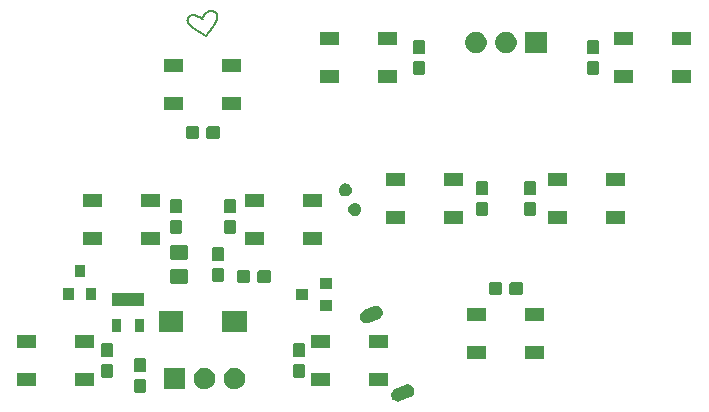
<source format=gbr>
G04 #@! TF.GenerationSoftware,KiCad,Pcbnew,5.1.5-1.fc31*
G04 #@! TF.CreationDate,2020-02-06T18:04:09+00:00*
G04 #@! TF.ProjectId,CatEars,43617445-6172-4732-9e6b-696361645f70,rev?*
G04 #@! TF.SameCoordinates,Original*
G04 #@! TF.FileFunction,Soldermask,Top*
G04 #@! TF.FilePolarity,Negative*
%FSLAX46Y46*%
G04 Gerber Fmt 4.6, Leading zero omitted, Abs format (unit mm)*
G04 Created by KiCad (PCBNEW 5.1.5-1.fc31) date 2020-02-06 18:04:09*
%MOMM*%
%LPD*%
G04 APERTURE LIST*
%ADD10C,0.200642*%
%ADD11C,0.100000*%
G04 APERTURE END LIST*
D10*
X219737268Y-118332371D02*
X219714682Y-118317343D01*
X217891016Y-119656189D02*
X218971352Y-120353417D01*
X217425107Y-119190147D02*
X217435476Y-119214044D01*
X217396803Y-118963525D02*
X217394247Y-118984147D01*
X217424863Y-118863622D02*
X217417319Y-118883071D01*
X217397274Y-119090473D02*
X217402062Y-119116010D01*
X218274758Y-118700341D02*
X218201477Y-118663963D01*
X217394038Y-119064520D02*
X217397274Y-119090473D01*
X217723292Y-118584755D02*
X217703699Y-118591750D01*
X217410710Y-118902817D02*
X217405064Y-118922829D01*
X219285986Y-119894601D02*
X219455603Y-119671853D01*
X218657053Y-118929782D02*
X218665715Y-118939549D01*
X218803344Y-118565898D02*
X218764283Y-118618060D01*
X217743155Y-118578709D02*
X217723292Y-118584755D01*
X217539327Y-119370095D02*
X217577191Y-119411138D01*
X217577191Y-119411138D02*
X217617788Y-119450640D01*
X219641265Y-118278877D02*
X219615188Y-118268308D01*
X217628664Y-118628596D02*
X217610898Y-118639868D01*
X218939549Y-118417548D02*
X218891669Y-118464637D01*
X219476576Y-118233004D02*
X219447798Y-118229550D01*
X218699830Y-118720427D02*
X218675824Y-118768624D01*
X219139675Y-118276243D02*
X219089738Y-118302502D01*
X219615188Y-118268308D02*
X219588450Y-118258889D01*
X219612083Y-119461323D02*
X219647658Y-119410156D01*
X219910370Y-118659653D02*
X219907295Y-118629571D01*
X219871835Y-118490265D02*
X219860287Y-118466999D01*
X218985608Y-120343835D02*
X219016400Y-120289058D01*
X219016400Y-120289058D02*
X219049731Y-120233631D01*
X219049731Y-120233631D02*
X219122799Y-120121338D01*
X217665451Y-118608461D02*
X217646860Y-118618117D01*
X219778617Y-119192528D02*
X219806753Y-119135479D01*
X217435476Y-119214044D02*
X217447085Y-119237535D01*
X218201477Y-118663963D02*
X218127159Y-118631104D01*
X217402062Y-119116010D02*
X217408338Y-119141134D01*
X217804050Y-118566574D02*
X217783565Y-118569587D01*
X218620175Y-118911542D02*
X218531626Y-118852130D01*
X217610898Y-118639868D02*
X217576775Y-118664671D01*
X218674012Y-118947514D02*
X218668324Y-118944538D01*
X218668324Y-118944538D02*
X218620175Y-118911542D01*
X219912528Y-118719906D02*
X219910370Y-118659653D01*
X217405064Y-118922829D02*
X217400419Y-118943075D01*
X219647658Y-119410156D02*
X219682453Y-119357574D01*
X219832250Y-118423421D02*
X219815928Y-118403138D01*
X219447798Y-118229550D02*
X219418867Y-118227332D01*
X218645343Y-118872343D02*
X218645003Y-118889208D01*
X217447085Y-119237535D02*
X217459874Y-119260623D01*
X219192014Y-118255780D02*
X219165499Y-118265321D01*
X219909661Y-118780175D02*
X219912528Y-118719906D01*
X219889565Y-118539679D02*
X219881622Y-118514496D01*
X217544747Y-118692275D02*
X217515066Y-118722433D01*
X219533328Y-118243560D02*
X219505113Y-118237678D01*
X217394247Y-118984147D02*
X217392461Y-119011361D01*
X217845419Y-118563797D02*
X217845419Y-118563797D01*
X218665715Y-118939549D02*
X218674012Y-118947514D01*
X217504692Y-119327491D02*
X217539327Y-119370095D01*
X218665715Y-118939549D02*
X218665715Y-118939549D01*
X217703699Y-118591750D02*
X217684408Y-118599662D01*
X218345709Y-118738794D02*
X218274758Y-118700341D01*
X217576775Y-118664671D02*
X217544747Y-118692275D01*
X218647717Y-118854019D02*
X218645343Y-118872343D01*
X217684408Y-118599662D02*
X217665451Y-118608461D01*
X217473779Y-119283310D02*
X217504692Y-119327491D01*
X218531626Y-118852130D02*
X218413033Y-118777873D01*
X217417319Y-118883071D02*
X217410710Y-118902817D01*
X219889565Y-118539679D02*
X219889565Y-118539679D01*
X217824677Y-118564634D02*
X217804050Y-118566574D01*
X219360881Y-118226660D02*
X219331994Y-118228236D01*
X219832339Y-119077611D02*
X219855023Y-119019043D01*
X219122799Y-120121338D02*
X219202366Y-120007985D01*
X219890270Y-118900290D02*
X219902125Y-118840344D01*
X219536707Y-119564546D02*
X219612083Y-119461323D01*
X219274858Y-118235276D02*
X219246778Y-118240771D01*
X219331994Y-118228236D02*
X219303292Y-118231103D01*
X217416040Y-119165845D02*
X217425107Y-119190147D01*
X219389866Y-118226364D02*
X219360881Y-118226660D01*
X217487984Y-118754893D02*
X217463754Y-118789412D01*
X217392412Y-119038150D02*
X217394038Y-119064520D01*
X219860287Y-118466999D02*
X219847063Y-118444713D01*
X219907295Y-118629571D02*
X219902833Y-118599538D01*
X219561135Y-118250634D02*
X219533328Y-118243560D01*
X219588450Y-118258889D02*
X219561135Y-118250634D01*
X217515066Y-118722433D02*
X217487984Y-118754893D01*
X217910935Y-118568113D02*
X217877578Y-118564702D01*
X219089738Y-118302502D02*
X219039276Y-118335477D01*
X219691096Y-118303409D02*
X219666596Y-118290582D01*
X218658222Y-118813488D02*
X218647717Y-118854019D01*
X217617788Y-119450640D02*
X217660623Y-119488613D01*
X217797596Y-119593549D02*
X217891016Y-119656189D01*
X219806753Y-119135479D02*
X219832339Y-119077611D01*
X217877578Y-118564702D02*
X217845419Y-118563797D01*
X219748285Y-119248640D02*
X219778617Y-119192528D01*
X217442629Y-118825737D02*
X217433311Y-118844500D01*
X218645003Y-118889208D02*
X218646783Y-118904486D01*
X217394247Y-118984147D02*
X217394247Y-118984147D01*
X217400419Y-118943075D02*
X217396803Y-118963525D01*
X218413033Y-118777873D02*
X218345709Y-118738794D01*
X219202366Y-120007985D02*
X219285986Y-119894601D01*
X219874451Y-118959897D02*
X219890270Y-118900290D01*
X217452787Y-118807364D02*
X217442629Y-118825737D01*
X219714682Y-118317343D02*
X219691096Y-118303409D01*
X217705199Y-119525078D02*
X217751022Y-119560052D01*
X219246778Y-118240771D02*
X219219135Y-118247601D01*
X217408338Y-119141134D02*
X217416040Y-119165845D01*
X219881622Y-118514496D02*
X219871835Y-118490265D01*
X217763257Y-118573643D02*
X217743155Y-118578709D01*
X218764283Y-118618060D02*
X218729547Y-118669904D01*
X219682453Y-119357574D02*
X219716113Y-119303696D01*
X219902833Y-118599538D02*
X219896938Y-118569569D01*
X219798185Y-118383877D02*
X219779104Y-118365653D01*
X218988982Y-118374161D02*
X218939549Y-118417548D01*
X219666596Y-118290582D02*
X219641265Y-118278877D01*
X218646783Y-118904486D02*
X218650771Y-118918052D01*
X219758771Y-118348479D02*
X219737268Y-118332371D01*
X219902125Y-118840344D02*
X219909661Y-118780175D01*
X219716113Y-119303696D02*
X219748285Y-119248640D01*
X219896938Y-118569569D02*
X219889565Y-118539679D01*
X219303292Y-118231103D02*
X219274858Y-118235276D01*
X219139675Y-118276243D02*
X219139675Y-118276243D01*
X219505113Y-118237678D02*
X219476576Y-118233004D01*
X217433311Y-118844500D02*
X217424863Y-118863622D01*
X218016572Y-118591580D02*
X217980593Y-118581733D01*
X217459874Y-119260623D02*
X217473779Y-119283310D01*
X218675824Y-118768624D02*
X218658222Y-118813488D01*
X217980593Y-118581733D02*
X217945326Y-118573850D01*
X219455603Y-119671853D02*
X219536707Y-119564546D01*
X218127159Y-118631104D02*
X218053100Y-118603212D01*
X217751022Y-119560052D02*
X217797596Y-119593549D01*
X218891669Y-118464637D02*
X218846036Y-118514423D01*
X219418867Y-118227332D02*
X219389866Y-118226364D01*
X219612083Y-119461323D02*
X219612083Y-119461323D01*
X217660623Y-119488613D02*
X217705199Y-119525078D01*
X217891016Y-119656189D02*
X217891016Y-119656189D01*
X218846036Y-118514423D02*
X218803344Y-118565898D01*
X218729547Y-118669904D02*
X218699830Y-118720427D01*
X217783565Y-118569587D02*
X217763257Y-118573643D01*
X219815928Y-118403138D02*
X219798185Y-118383877D01*
X217845419Y-118563797D02*
X217824677Y-118564634D01*
X219219135Y-118247601D02*
X219192014Y-118255780D01*
X219847063Y-118444713D02*
X219832250Y-118423421D01*
X217392461Y-119011361D02*
X217392412Y-119038150D01*
X217646860Y-118618117D02*
X217628664Y-118628596D01*
X218650771Y-118918052D02*
X218657053Y-118929782D01*
X219855023Y-119019043D02*
X219874451Y-118959897D01*
X218053100Y-118603212D02*
X218016572Y-118591580D01*
X217463754Y-118789412D02*
X217452787Y-118807364D01*
X219779104Y-118365653D02*
X219758771Y-118348479D01*
X217945326Y-118573850D02*
X217910935Y-118568113D01*
X219039276Y-118335477D02*
X218988982Y-118374161D01*
X219165499Y-118265321D02*
X219139675Y-118276243D01*
D11*
G36*
X236117357Y-149838514D02*
G01*
X236135716Y-149840484D01*
X236206015Y-149862481D01*
X236243963Y-149874355D01*
X236343523Y-149928693D01*
X236430568Y-150001410D01*
X236501755Y-150089711D01*
X236554347Y-150190204D01*
X236586324Y-150299026D01*
X236596456Y-150411995D01*
X236592606Y-150447869D01*
X236584354Y-150524771D01*
X236550484Y-150633017D01*
X236550483Y-150633018D01*
X236496145Y-150732577D01*
X236423428Y-150819622D01*
X236335127Y-150890809D01*
X236259819Y-150930221D01*
X235419256Y-151269831D01*
X235337706Y-151293794D01*
X235224738Y-151303926D01*
X235124064Y-151293123D01*
X235111962Y-151291824D01*
X235003718Y-151257954D01*
X235003715Y-151257953D01*
X234904155Y-151203615D01*
X234817110Y-151130898D01*
X234745923Y-151042597D01*
X234693331Y-150942104D01*
X234661354Y-150833282D01*
X234651222Y-150720314D01*
X234663324Y-150607539D01*
X234681704Y-150548800D01*
X234697194Y-150499294D01*
X234697195Y-150499291D01*
X234751533Y-150399731D01*
X234824250Y-150312686D01*
X234912551Y-150241499D01*
X234987860Y-150202087D01*
X235828421Y-149862477D01*
X235909971Y-149838514D01*
X236022940Y-149828382D01*
X236117357Y-149838514D01*
G37*
G36*
X213754491Y-149401279D02*
G01*
X213784869Y-149410494D01*
X213812865Y-149425458D01*
X213837403Y-149445597D01*
X213857542Y-149470135D01*
X213872506Y-149498131D01*
X213881721Y-149528509D01*
X213885800Y-149569926D01*
X213885800Y-150376074D01*
X213881721Y-150417491D01*
X213872506Y-150447869D01*
X213857542Y-150475865D01*
X213837403Y-150500403D01*
X213812865Y-150520542D01*
X213784869Y-150535506D01*
X213754491Y-150544721D01*
X213713074Y-150548800D01*
X213006926Y-150548800D01*
X212965509Y-150544721D01*
X212935131Y-150535506D01*
X212907135Y-150520542D01*
X212882597Y-150500403D01*
X212862458Y-150475865D01*
X212847494Y-150447869D01*
X212838279Y-150417491D01*
X212834200Y-150376074D01*
X212834200Y-149569926D01*
X212838279Y-149528509D01*
X212847494Y-149498131D01*
X212862458Y-149470135D01*
X212882597Y-149445597D01*
X212907135Y-149425458D01*
X212935131Y-149410494D01*
X212965509Y-149401279D01*
X213006926Y-149397200D01*
X213713074Y-149397200D01*
X213754491Y-149401279D01*
G37*
G36*
X219083754Y-148485817D02*
G01*
X219247689Y-148553721D01*
X219395227Y-148652303D01*
X219520697Y-148777773D01*
X219619279Y-148925311D01*
X219687183Y-149089246D01*
X219721800Y-149263279D01*
X219721800Y-149440721D01*
X219687183Y-149614754D01*
X219619279Y-149778689D01*
X219520697Y-149926227D01*
X219395227Y-150051697D01*
X219247689Y-150150279D01*
X219083754Y-150218183D01*
X218909721Y-150252800D01*
X218732279Y-150252800D01*
X218558246Y-150218183D01*
X218394311Y-150150279D01*
X218246773Y-150051697D01*
X218121303Y-149926227D01*
X218022721Y-149778689D01*
X217954817Y-149614754D01*
X217920200Y-149440721D01*
X217920200Y-149263279D01*
X217954817Y-149089246D01*
X218022721Y-148925311D01*
X218121303Y-148777773D01*
X218246773Y-148652303D01*
X218394311Y-148553721D01*
X218558246Y-148485817D01*
X218732279Y-148451200D01*
X218909721Y-148451200D01*
X219083754Y-148485817D01*
G37*
G36*
X217181800Y-150252800D02*
G01*
X215380200Y-150252800D01*
X215380200Y-148451200D01*
X217181800Y-148451200D01*
X217181800Y-150252800D01*
G37*
G36*
X221623754Y-148485817D02*
G01*
X221787689Y-148553721D01*
X221935227Y-148652303D01*
X222060697Y-148777773D01*
X222159279Y-148925311D01*
X222227183Y-149089246D01*
X222261800Y-149263279D01*
X222261800Y-149440721D01*
X222227183Y-149614754D01*
X222159279Y-149778689D01*
X222060697Y-149926227D01*
X221935227Y-150051697D01*
X221787689Y-150150279D01*
X221623754Y-150218183D01*
X221449721Y-150252800D01*
X221272279Y-150252800D01*
X221098246Y-150218183D01*
X220934311Y-150150279D01*
X220786773Y-150051697D01*
X220661303Y-149926227D01*
X220562721Y-149778689D01*
X220494817Y-149614754D01*
X220460200Y-149440721D01*
X220460200Y-149263279D01*
X220494817Y-149089246D01*
X220562721Y-148925311D01*
X220661303Y-148777773D01*
X220786773Y-148652303D01*
X220934311Y-148553721D01*
X221098246Y-148485817D01*
X221272279Y-148451200D01*
X221449721Y-148451200D01*
X221623754Y-148485817D01*
G37*
G36*
X234390800Y-149978800D02*
G01*
X232789200Y-149978800D01*
X232789200Y-148877200D01*
X234390800Y-148877200D01*
X234390800Y-149978800D01*
G37*
G36*
X229490800Y-149978800D02*
G01*
X227889200Y-149978800D01*
X227889200Y-148877200D01*
X229490800Y-148877200D01*
X229490800Y-149978800D01*
G37*
G36*
X209498800Y-149978800D02*
G01*
X207897200Y-149978800D01*
X207897200Y-148877200D01*
X209498800Y-148877200D01*
X209498800Y-149978800D01*
G37*
G36*
X204598800Y-149978800D02*
G01*
X202997200Y-149978800D01*
X202997200Y-148877200D01*
X204598800Y-148877200D01*
X204598800Y-149978800D01*
G37*
G36*
X210960491Y-148131279D02*
G01*
X210990869Y-148140494D01*
X211018865Y-148155458D01*
X211043403Y-148175597D01*
X211063542Y-148200135D01*
X211078506Y-148228131D01*
X211087721Y-148258509D01*
X211091800Y-148299926D01*
X211091800Y-149106074D01*
X211087721Y-149147491D01*
X211078506Y-149177869D01*
X211063542Y-149205865D01*
X211043403Y-149230403D01*
X211018865Y-149250542D01*
X210990869Y-149265506D01*
X210960491Y-149274721D01*
X210919074Y-149278800D01*
X210212926Y-149278800D01*
X210171509Y-149274721D01*
X210141131Y-149265506D01*
X210113135Y-149250542D01*
X210088597Y-149230403D01*
X210068458Y-149205865D01*
X210053494Y-149177869D01*
X210044279Y-149147491D01*
X210040200Y-149106074D01*
X210040200Y-148299926D01*
X210044279Y-148258509D01*
X210053494Y-148228131D01*
X210068458Y-148200135D01*
X210088597Y-148175597D01*
X210113135Y-148155458D01*
X210141131Y-148140494D01*
X210171509Y-148131279D01*
X210212926Y-148127200D01*
X210919074Y-148127200D01*
X210960491Y-148131279D01*
G37*
G36*
X227216491Y-148131279D02*
G01*
X227246869Y-148140494D01*
X227274865Y-148155458D01*
X227299403Y-148175597D01*
X227319542Y-148200135D01*
X227334506Y-148228131D01*
X227343721Y-148258509D01*
X227347800Y-148299926D01*
X227347800Y-149106074D01*
X227343721Y-149147491D01*
X227334506Y-149177869D01*
X227319542Y-149205865D01*
X227299403Y-149230403D01*
X227274865Y-149250542D01*
X227246869Y-149265506D01*
X227216491Y-149274721D01*
X227175074Y-149278800D01*
X226468926Y-149278800D01*
X226427509Y-149274721D01*
X226397131Y-149265506D01*
X226369135Y-149250542D01*
X226344597Y-149230403D01*
X226324458Y-149205865D01*
X226309494Y-149177869D01*
X226300279Y-149147491D01*
X226296200Y-149106074D01*
X226296200Y-148299926D01*
X226300279Y-148258509D01*
X226309494Y-148228131D01*
X226324458Y-148200135D01*
X226344597Y-148175597D01*
X226369135Y-148155458D01*
X226397131Y-148140494D01*
X226427509Y-148131279D01*
X226468926Y-148127200D01*
X227175074Y-148127200D01*
X227216491Y-148131279D01*
G37*
G36*
X213754491Y-147651279D02*
G01*
X213784869Y-147660494D01*
X213812865Y-147675458D01*
X213837403Y-147695597D01*
X213857542Y-147720135D01*
X213872506Y-147748131D01*
X213881721Y-147778509D01*
X213885800Y-147819926D01*
X213885800Y-148626074D01*
X213881721Y-148667491D01*
X213872506Y-148697869D01*
X213857542Y-148725865D01*
X213837403Y-148750403D01*
X213812865Y-148770542D01*
X213784869Y-148785506D01*
X213754491Y-148794721D01*
X213713074Y-148798800D01*
X213006926Y-148798800D01*
X212965509Y-148794721D01*
X212935131Y-148785506D01*
X212907135Y-148770542D01*
X212882597Y-148750403D01*
X212862458Y-148725865D01*
X212847494Y-148697869D01*
X212838279Y-148667491D01*
X212834200Y-148626074D01*
X212834200Y-147819926D01*
X212838279Y-147778509D01*
X212847494Y-147748131D01*
X212862458Y-147720135D01*
X212882597Y-147695597D01*
X212907135Y-147675458D01*
X212935131Y-147660494D01*
X212965509Y-147651279D01*
X213006926Y-147647200D01*
X213713074Y-147647200D01*
X213754491Y-147651279D01*
G37*
G36*
X242698800Y-147692800D02*
G01*
X241097200Y-147692800D01*
X241097200Y-146591200D01*
X242698800Y-146591200D01*
X242698800Y-147692800D01*
G37*
G36*
X247598800Y-147692800D02*
G01*
X245997200Y-147692800D01*
X245997200Y-146591200D01*
X247598800Y-146591200D01*
X247598800Y-147692800D01*
G37*
G36*
X227216491Y-146381279D02*
G01*
X227246869Y-146390494D01*
X227274865Y-146405458D01*
X227299403Y-146425597D01*
X227319542Y-146450135D01*
X227334506Y-146478131D01*
X227343721Y-146508509D01*
X227347800Y-146549926D01*
X227347800Y-147356074D01*
X227343721Y-147397491D01*
X227334506Y-147427869D01*
X227319542Y-147455865D01*
X227299403Y-147480403D01*
X227274865Y-147500542D01*
X227246869Y-147515506D01*
X227216491Y-147524721D01*
X227175074Y-147528800D01*
X226468926Y-147528800D01*
X226427509Y-147524721D01*
X226397131Y-147515506D01*
X226369135Y-147500542D01*
X226344597Y-147480403D01*
X226324458Y-147455865D01*
X226309494Y-147427869D01*
X226300279Y-147397491D01*
X226296200Y-147356074D01*
X226296200Y-146549926D01*
X226300279Y-146508509D01*
X226309494Y-146478131D01*
X226324458Y-146450135D01*
X226344597Y-146425597D01*
X226369135Y-146405458D01*
X226397131Y-146390494D01*
X226427509Y-146381279D01*
X226468926Y-146377200D01*
X227175074Y-146377200D01*
X227216491Y-146381279D01*
G37*
G36*
X210960491Y-146381279D02*
G01*
X210990869Y-146390494D01*
X211018865Y-146405458D01*
X211043403Y-146425597D01*
X211063542Y-146450135D01*
X211078506Y-146478131D01*
X211087721Y-146508509D01*
X211091800Y-146549926D01*
X211091800Y-147356074D01*
X211087721Y-147397491D01*
X211078506Y-147427869D01*
X211063542Y-147455865D01*
X211043403Y-147480403D01*
X211018865Y-147500542D01*
X210990869Y-147515506D01*
X210960491Y-147524721D01*
X210919074Y-147528800D01*
X210212926Y-147528800D01*
X210171509Y-147524721D01*
X210141131Y-147515506D01*
X210113135Y-147500542D01*
X210088597Y-147480403D01*
X210068458Y-147455865D01*
X210053494Y-147427869D01*
X210044279Y-147397491D01*
X210040200Y-147356074D01*
X210040200Y-146549926D01*
X210044279Y-146508509D01*
X210053494Y-146478131D01*
X210068458Y-146450135D01*
X210088597Y-146425597D01*
X210113135Y-146405458D01*
X210141131Y-146390494D01*
X210171509Y-146381279D01*
X210212926Y-146377200D01*
X210919074Y-146377200D01*
X210960491Y-146381279D01*
G37*
G36*
X204598800Y-146778800D02*
G01*
X202997200Y-146778800D01*
X202997200Y-145677200D01*
X204598800Y-145677200D01*
X204598800Y-146778800D01*
G37*
G36*
X209498800Y-146778800D02*
G01*
X207897200Y-146778800D01*
X207897200Y-145677200D01*
X209498800Y-145677200D01*
X209498800Y-146778800D01*
G37*
G36*
X234390800Y-146778800D02*
G01*
X232789200Y-146778800D01*
X232789200Y-145677200D01*
X234390800Y-145677200D01*
X234390800Y-146778800D01*
G37*
G36*
X229490800Y-146778800D02*
G01*
X227889200Y-146778800D01*
X227889200Y-145677200D01*
X229490800Y-145677200D01*
X229490800Y-146778800D01*
G37*
G36*
X211769800Y-145444800D02*
G01*
X211018200Y-145444800D01*
X211018200Y-144283200D01*
X211769800Y-144283200D01*
X211769800Y-145444800D01*
G37*
G36*
X213669800Y-145444800D02*
G01*
X212918200Y-145444800D01*
X212918200Y-144283200D01*
X213669800Y-144283200D01*
X213669800Y-145444800D01*
G37*
G36*
X217044800Y-145376800D02*
G01*
X214943200Y-145376800D01*
X214943200Y-143675200D01*
X217044800Y-143675200D01*
X217044800Y-145376800D01*
G37*
G36*
X222444800Y-145376800D02*
G01*
X220343200Y-145376800D01*
X220343200Y-143675200D01*
X222444800Y-143675200D01*
X222444800Y-145376800D01*
G37*
G36*
X233438920Y-143209150D02*
G01*
X233457279Y-143211120D01*
X233527578Y-143233117D01*
X233565526Y-143244991D01*
X233665086Y-143299329D01*
X233752131Y-143372046D01*
X233823318Y-143460347D01*
X233875910Y-143560840D01*
X233907887Y-143669662D01*
X233918019Y-143782631D01*
X233908651Y-143869927D01*
X233905917Y-143895407D01*
X233872047Y-144003653D01*
X233872046Y-144003654D01*
X233817708Y-144103213D01*
X233744991Y-144190258D01*
X233656690Y-144261445D01*
X233581382Y-144300857D01*
X232740819Y-144640467D01*
X232659269Y-144664430D01*
X232546301Y-144674562D01*
X232445627Y-144663759D01*
X232433525Y-144662460D01*
X232325281Y-144628590D01*
X232325278Y-144628589D01*
X232225718Y-144574251D01*
X232138673Y-144501534D01*
X232067486Y-144413233D01*
X232014894Y-144312740D01*
X231982917Y-144203918D01*
X231972785Y-144090950D01*
X231984887Y-143978175D01*
X232010786Y-143895406D01*
X232018757Y-143869930D01*
X232018758Y-143869927D01*
X232073096Y-143770367D01*
X232145813Y-143683322D01*
X232234114Y-143612135D01*
X232309423Y-143572723D01*
X233149984Y-143233113D01*
X233231534Y-143209150D01*
X233344503Y-143199018D01*
X233438920Y-143209150D01*
G37*
G36*
X242698800Y-144492800D02*
G01*
X241097200Y-144492800D01*
X241097200Y-143391200D01*
X242698800Y-143391200D01*
X242698800Y-144492800D01*
G37*
G36*
X247598800Y-144492800D02*
G01*
X245997200Y-144492800D01*
X245997200Y-143391200D01*
X247598800Y-143391200D01*
X247598800Y-144492800D01*
G37*
G36*
X229592800Y-143640800D02*
G01*
X228591200Y-143640800D01*
X228591200Y-142739200D01*
X229592800Y-142739200D01*
X229592800Y-143640800D01*
G37*
G36*
X213669800Y-143244800D02*
G01*
X211018200Y-143244800D01*
X211018200Y-142083200D01*
X213669800Y-142083200D01*
X213669800Y-143244800D01*
G37*
G36*
X207780800Y-142724800D02*
G01*
X206879200Y-142724800D01*
X206879200Y-141723200D01*
X207780800Y-141723200D01*
X207780800Y-142724800D01*
G37*
G36*
X209680800Y-142724800D02*
G01*
X208779200Y-142724800D01*
X208779200Y-141723200D01*
X209680800Y-141723200D01*
X209680800Y-142724800D01*
G37*
G36*
X227592800Y-142690800D02*
G01*
X226591200Y-142690800D01*
X226591200Y-141789200D01*
X227592800Y-141789200D01*
X227592800Y-142690800D01*
G37*
G36*
X243917491Y-141210279D02*
G01*
X243947869Y-141219494D01*
X243975865Y-141234458D01*
X244000403Y-141254597D01*
X244020542Y-141279135D01*
X244035506Y-141307131D01*
X244044721Y-141337509D01*
X244048800Y-141378926D01*
X244048800Y-142085074D01*
X244044721Y-142126491D01*
X244035506Y-142156869D01*
X244020542Y-142184865D01*
X244000403Y-142209403D01*
X243975865Y-142229542D01*
X243947869Y-142244506D01*
X243917491Y-142253721D01*
X243876074Y-142257800D01*
X243069926Y-142257800D01*
X243028509Y-142253721D01*
X242998131Y-142244506D01*
X242970135Y-142229542D01*
X242945597Y-142209403D01*
X242925458Y-142184865D01*
X242910494Y-142156869D01*
X242901279Y-142126491D01*
X242897200Y-142085074D01*
X242897200Y-141378926D01*
X242901279Y-141337509D01*
X242910494Y-141307131D01*
X242925458Y-141279135D01*
X242945597Y-141254597D01*
X242970135Y-141234458D01*
X242998131Y-141219494D01*
X243028509Y-141210279D01*
X243069926Y-141206200D01*
X243876074Y-141206200D01*
X243917491Y-141210279D01*
G37*
G36*
X245667491Y-141210279D02*
G01*
X245697869Y-141219494D01*
X245725865Y-141234458D01*
X245750403Y-141254597D01*
X245770542Y-141279135D01*
X245785506Y-141307131D01*
X245794721Y-141337509D01*
X245798800Y-141378926D01*
X245798800Y-142085074D01*
X245794721Y-142126491D01*
X245785506Y-142156869D01*
X245770542Y-142184865D01*
X245750403Y-142209403D01*
X245725865Y-142229542D01*
X245697869Y-142244506D01*
X245667491Y-142253721D01*
X245626074Y-142257800D01*
X244819926Y-142257800D01*
X244778509Y-142253721D01*
X244748131Y-142244506D01*
X244720135Y-142229542D01*
X244695597Y-142209403D01*
X244675458Y-142184865D01*
X244660494Y-142156869D01*
X244651279Y-142126491D01*
X244647200Y-142085074D01*
X244647200Y-141378926D01*
X244651279Y-141337509D01*
X244660494Y-141307131D01*
X244675458Y-141279135D01*
X244695597Y-141254597D01*
X244720135Y-141234458D01*
X244748131Y-141219494D01*
X244778509Y-141210279D01*
X244819926Y-141206200D01*
X245626074Y-141206200D01*
X245667491Y-141210279D01*
G37*
G36*
X229592800Y-141740800D02*
G01*
X228591200Y-141740800D01*
X228591200Y-140839200D01*
X229592800Y-140839200D01*
X229592800Y-141740800D01*
G37*
G36*
X217284599Y-140103206D02*
G01*
X217314248Y-140112199D01*
X217341577Y-140126807D01*
X217365533Y-140146467D01*
X217385193Y-140170423D01*
X217399801Y-140197752D01*
X217408794Y-140227401D01*
X217412800Y-140268070D01*
X217412800Y-141181930D01*
X217408794Y-141222599D01*
X217399801Y-141252248D01*
X217385193Y-141279577D01*
X217365533Y-141303533D01*
X217341577Y-141323193D01*
X217314248Y-141337801D01*
X217284599Y-141346794D01*
X217243930Y-141350800D01*
X216080070Y-141350800D01*
X216039401Y-141346794D01*
X216009752Y-141337801D01*
X215982423Y-141323193D01*
X215958467Y-141303533D01*
X215938807Y-141279577D01*
X215924199Y-141252248D01*
X215915206Y-141222599D01*
X215911200Y-141181930D01*
X215911200Y-140268070D01*
X215915206Y-140227401D01*
X215924199Y-140197752D01*
X215938807Y-140170423D01*
X215958467Y-140146467D01*
X215982423Y-140126807D01*
X216009752Y-140112199D01*
X216039401Y-140103206D01*
X216080070Y-140099200D01*
X217243930Y-140099200D01*
X217284599Y-140103206D01*
G37*
G36*
X224331491Y-140194279D02*
G01*
X224361869Y-140203494D01*
X224389865Y-140218458D01*
X224414403Y-140238597D01*
X224434542Y-140263135D01*
X224449506Y-140291131D01*
X224458721Y-140321509D01*
X224462800Y-140362926D01*
X224462800Y-141069074D01*
X224458721Y-141110491D01*
X224449506Y-141140869D01*
X224434542Y-141168865D01*
X224414403Y-141193403D01*
X224389865Y-141213542D01*
X224361869Y-141228506D01*
X224331491Y-141237721D01*
X224290074Y-141241800D01*
X223483926Y-141241800D01*
X223442509Y-141237721D01*
X223412131Y-141228506D01*
X223384135Y-141213542D01*
X223359597Y-141193403D01*
X223339458Y-141168865D01*
X223324494Y-141140869D01*
X223315279Y-141110491D01*
X223311200Y-141069074D01*
X223311200Y-140362926D01*
X223315279Y-140321509D01*
X223324494Y-140291131D01*
X223339458Y-140263135D01*
X223359597Y-140238597D01*
X223384135Y-140218458D01*
X223412131Y-140203494D01*
X223442509Y-140194279D01*
X223483926Y-140190200D01*
X224290074Y-140190200D01*
X224331491Y-140194279D01*
G37*
G36*
X222581491Y-140194279D02*
G01*
X222611869Y-140203494D01*
X222639865Y-140218458D01*
X222664403Y-140238597D01*
X222684542Y-140263135D01*
X222699506Y-140291131D01*
X222708721Y-140321509D01*
X222712800Y-140362926D01*
X222712800Y-141069074D01*
X222708721Y-141110491D01*
X222699506Y-141140869D01*
X222684542Y-141168865D01*
X222664403Y-141193403D01*
X222639865Y-141213542D01*
X222611869Y-141228506D01*
X222581491Y-141237721D01*
X222540074Y-141241800D01*
X221733926Y-141241800D01*
X221692509Y-141237721D01*
X221662131Y-141228506D01*
X221634135Y-141213542D01*
X221609597Y-141193403D01*
X221589458Y-141168865D01*
X221574494Y-141140869D01*
X221565279Y-141110491D01*
X221561200Y-141069074D01*
X221561200Y-140362926D01*
X221565279Y-140321509D01*
X221574494Y-140291131D01*
X221589458Y-140263135D01*
X221609597Y-140238597D01*
X221634135Y-140218458D01*
X221662131Y-140203494D01*
X221692509Y-140194279D01*
X221733926Y-140190200D01*
X222540074Y-140190200D01*
X222581491Y-140194279D01*
G37*
G36*
X220358491Y-140003279D02*
G01*
X220388869Y-140012494D01*
X220416865Y-140027458D01*
X220441403Y-140047597D01*
X220461542Y-140072135D01*
X220476506Y-140100131D01*
X220485721Y-140130509D01*
X220489800Y-140171926D01*
X220489800Y-140978074D01*
X220485721Y-141019491D01*
X220476506Y-141049869D01*
X220461542Y-141077865D01*
X220441403Y-141102403D01*
X220416865Y-141122542D01*
X220388869Y-141137506D01*
X220358491Y-141146721D01*
X220317074Y-141150800D01*
X219610926Y-141150800D01*
X219569509Y-141146721D01*
X219539131Y-141137506D01*
X219511135Y-141122542D01*
X219486597Y-141102403D01*
X219466458Y-141077865D01*
X219451494Y-141049869D01*
X219442279Y-141019491D01*
X219438200Y-140978074D01*
X219438200Y-140171926D01*
X219442279Y-140130509D01*
X219451494Y-140100131D01*
X219466458Y-140072135D01*
X219486597Y-140047597D01*
X219511135Y-140027458D01*
X219539131Y-140012494D01*
X219569509Y-140003279D01*
X219610926Y-139999200D01*
X220317074Y-139999200D01*
X220358491Y-140003279D01*
G37*
G36*
X208730800Y-140724800D02*
G01*
X207829200Y-140724800D01*
X207829200Y-139723200D01*
X208730800Y-139723200D01*
X208730800Y-140724800D01*
G37*
G36*
X220358491Y-138253279D02*
G01*
X220388869Y-138262494D01*
X220416865Y-138277458D01*
X220441403Y-138297597D01*
X220461542Y-138322135D01*
X220476506Y-138350131D01*
X220485721Y-138380509D01*
X220489800Y-138421926D01*
X220489800Y-139228074D01*
X220485721Y-139269491D01*
X220476506Y-139299869D01*
X220461542Y-139327865D01*
X220441403Y-139352403D01*
X220416865Y-139372542D01*
X220388869Y-139387506D01*
X220358491Y-139396721D01*
X220317074Y-139400800D01*
X219610926Y-139400800D01*
X219569509Y-139396721D01*
X219539131Y-139387506D01*
X219511135Y-139372542D01*
X219486597Y-139352403D01*
X219466458Y-139327865D01*
X219451494Y-139299869D01*
X219442279Y-139269491D01*
X219438200Y-139228074D01*
X219438200Y-138421926D01*
X219442279Y-138380509D01*
X219451494Y-138350131D01*
X219466458Y-138322135D01*
X219486597Y-138297597D01*
X219511135Y-138277458D01*
X219539131Y-138262494D01*
X219569509Y-138253279D01*
X219610926Y-138249200D01*
X220317074Y-138249200D01*
X220358491Y-138253279D01*
G37*
G36*
X217284599Y-138053206D02*
G01*
X217314248Y-138062199D01*
X217341577Y-138076807D01*
X217365533Y-138096467D01*
X217385193Y-138120423D01*
X217399801Y-138147752D01*
X217408794Y-138177401D01*
X217412800Y-138218070D01*
X217412800Y-139131930D01*
X217408794Y-139172599D01*
X217399801Y-139202248D01*
X217385193Y-139229577D01*
X217365533Y-139253533D01*
X217341577Y-139273193D01*
X217314248Y-139287801D01*
X217284599Y-139296794D01*
X217243930Y-139300800D01*
X216080070Y-139300800D01*
X216039401Y-139296794D01*
X216009752Y-139287801D01*
X215982423Y-139273193D01*
X215958467Y-139253533D01*
X215938807Y-139229577D01*
X215924199Y-139202248D01*
X215915206Y-139172599D01*
X215911200Y-139131930D01*
X215911200Y-138218070D01*
X215915206Y-138177401D01*
X215924199Y-138147752D01*
X215938807Y-138120423D01*
X215958467Y-138096467D01*
X215982423Y-138076807D01*
X216009752Y-138062199D01*
X216039401Y-138053206D01*
X216080070Y-138049200D01*
X217243930Y-138049200D01*
X217284599Y-138053206D01*
G37*
G36*
X228802800Y-138040800D02*
G01*
X227201200Y-138040800D01*
X227201200Y-136939200D01*
X228802800Y-136939200D01*
X228802800Y-138040800D01*
G37*
G36*
X223902800Y-138040800D02*
G01*
X222301200Y-138040800D01*
X222301200Y-136939200D01*
X223902800Y-136939200D01*
X223902800Y-138040800D01*
G37*
G36*
X215086800Y-138040800D02*
G01*
X213485200Y-138040800D01*
X213485200Y-136939200D01*
X215086800Y-136939200D01*
X215086800Y-138040800D01*
G37*
G36*
X210186800Y-138040800D02*
G01*
X208585200Y-138040800D01*
X208585200Y-136939200D01*
X210186800Y-136939200D01*
X210186800Y-138040800D01*
G37*
G36*
X216802491Y-135939279D02*
G01*
X216832869Y-135948494D01*
X216860865Y-135963458D01*
X216885403Y-135983597D01*
X216905542Y-136008135D01*
X216920506Y-136036131D01*
X216929721Y-136066509D01*
X216933800Y-136107926D01*
X216933800Y-136914074D01*
X216929721Y-136955491D01*
X216920506Y-136985869D01*
X216905542Y-137013865D01*
X216885403Y-137038403D01*
X216860865Y-137058542D01*
X216832869Y-137073506D01*
X216802491Y-137082721D01*
X216761074Y-137086800D01*
X216054926Y-137086800D01*
X216013509Y-137082721D01*
X215983131Y-137073506D01*
X215955135Y-137058542D01*
X215930597Y-137038403D01*
X215910458Y-137013865D01*
X215895494Y-136985869D01*
X215886279Y-136955491D01*
X215882200Y-136914074D01*
X215882200Y-136107926D01*
X215886279Y-136066509D01*
X215895494Y-136036131D01*
X215910458Y-136008135D01*
X215930597Y-135983597D01*
X215955135Y-135963458D01*
X215983131Y-135948494D01*
X216013509Y-135939279D01*
X216054926Y-135935200D01*
X216761074Y-135935200D01*
X216802491Y-135939279D01*
G37*
G36*
X221374491Y-135939279D02*
G01*
X221404869Y-135948494D01*
X221432865Y-135963458D01*
X221457403Y-135983597D01*
X221477542Y-136008135D01*
X221492506Y-136036131D01*
X221501721Y-136066509D01*
X221505800Y-136107926D01*
X221505800Y-136914074D01*
X221501721Y-136955491D01*
X221492506Y-136985869D01*
X221477542Y-137013865D01*
X221457403Y-137038403D01*
X221432865Y-137058542D01*
X221404869Y-137073506D01*
X221374491Y-137082721D01*
X221333074Y-137086800D01*
X220626926Y-137086800D01*
X220585509Y-137082721D01*
X220555131Y-137073506D01*
X220527135Y-137058542D01*
X220502597Y-137038403D01*
X220482458Y-137013865D01*
X220467494Y-136985869D01*
X220458279Y-136955491D01*
X220454200Y-136914074D01*
X220454200Y-136107926D01*
X220458279Y-136066509D01*
X220467494Y-136036131D01*
X220482458Y-136008135D01*
X220502597Y-135983597D01*
X220527135Y-135963458D01*
X220555131Y-135948494D01*
X220585509Y-135939279D01*
X220626926Y-135935200D01*
X221333074Y-135935200D01*
X221374491Y-135939279D01*
G37*
G36*
X240740800Y-136262800D02*
G01*
X239139200Y-136262800D01*
X239139200Y-135161200D01*
X240740800Y-135161200D01*
X240740800Y-136262800D01*
G37*
G36*
X254456800Y-136262800D02*
G01*
X252855200Y-136262800D01*
X252855200Y-135161200D01*
X254456800Y-135161200D01*
X254456800Y-136262800D01*
G37*
G36*
X249556800Y-136262800D02*
G01*
X247955200Y-136262800D01*
X247955200Y-135161200D01*
X249556800Y-135161200D01*
X249556800Y-136262800D01*
G37*
G36*
X235840800Y-136262800D02*
G01*
X234239200Y-136262800D01*
X234239200Y-135161200D01*
X235840800Y-135161200D01*
X235840800Y-136262800D01*
G37*
G36*
X231707062Y-134496767D02*
G01*
X231707064Y-134496768D01*
X231707065Y-134496768D01*
X231807299Y-134538285D01*
X231897514Y-134598565D01*
X231974235Y-134675286D01*
X232034515Y-134765501D01*
X232065704Y-134840800D01*
X232076033Y-134865738D01*
X232097200Y-134972151D01*
X232097200Y-135080649D01*
X232080606Y-135164074D01*
X232076032Y-135187065D01*
X232034515Y-135287299D01*
X231974235Y-135377514D01*
X231897514Y-135454235D01*
X231807299Y-135514515D01*
X231707065Y-135556032D01*
X231707064Y-135556032D01*
X231707062Y-135556033D01*
X231600649Y-135577200D01*
X231492151Y-135577200D01*
X231385738Y-135556033D01*
X231385736Y-135556032D01*
X231385735Y-135556032D01*
X231285501Y-135514515D01*
X231195286Y-135454235D01*
X231118565Y-135377514D01*
X231058285Y-135287299D01*
X231016768Y-135187065D01*
X231012195Y-135164074D01*
X230995600Y-135080649D01*
X230995600Y-134972151D01*
X231016767Y-134865738D01*
X231027096Y-134840800D01*
X231058285Y-134765501D01*
X231118565Y-134675286D01*
X231195286Y-134598565D01*
X231285501Y-134538285D01*
X231385735Y-134496768D01*
X231385736Y-134496768D01*
X231385738Y-134496767D01*
X231492151Y-134475600D01*
X231600649Y-134475600D01*
X231707062Y-134496767D01*
G37*
G36*
X246774491Y-134415279D02*
G01*
X246804869Y-134424494D01*
X246832865Y-134439458D01*
X246857403Y-134459597D01*
X246877542Y-134484135D01*
X246892506Y-134512131D01*
X246901721Y-134542509D01*
X246905800Y-134583926D01*
X246905800Y-135390074D01*
X246901721Y-135431491D01*
X246892506Y-135461869D01*
X246877542Y-135489865D01*
X246857403Y-135514403D01*
X246832865Y-135534542D01*
X246804869Y-135549506D01*
X246774491Y-135558721D01*
X246733074Y-135562800D01*
X246026926Y-135562800D01*
X245985509Y-135558721D01*
X245955131Y-135549506D01*
X245927135Y-135534542D01*
X245902597Y-135514403D01*
X245882458Y-135489865D01*
X245867494Y-135461869D01*
X245858279Y-135431491D01*
X245854200Y-135390074D01*
X245854200Y-134583926D01*
X245858279Y-134542509D01*
X245867494Y-134512131D01*
X245882458Y-134484135D01*
X245902597Y-134459597D01*
X245927135Y-134439458D01*
X245955131Y-134424494D01*
X245985509Y-134415279D01*
X246026926Y-134411200D01*
X246733074Y-134411200D01*
X246774491Y-134415279D01*
G37*
G36*
X242710491Y-134415279D02*
G01*
X242740869Y-134424494D01*
X242768865Y-134439458D01*
X242793403Y-134459597D01*
X242813542Y-134484135D01*
X242828506Y-134512131D01*
X242837721Y-134542509D01*
X242841800Y-134583926D01*
X242841800Y-135390074D01*
X242837721Y-135431491D01*
X242828506Y-135461869D01*
X242813542Y-135489865D01*
X242793403Y-135514403D01*
X242768865Y-135534542D01*
X242740869Y-135549506D01*
X242710491Y-135558721D01*
X242669074Y-135562800D01*
X241962926Y-135562800D01*
X241921509Y-135558721D01*
X241891131Y-135549506D01*
X241863135Y-135534542D01*
X241838597Y-135514403D01*
X241818458Y-135489865D01*
X241803494Y-135461869D01*
X241794279Y-135431491D01*
X241790200Y-135390074D01*
X241790200Y-134583926D01*
X241794279Y-134542509D01*
X241803494Y-134512131D01*
X241818458Y-134484135D01*
X241838597Y-134459597D01*
X241863135Y-134439458D01*
X241891131Y-134424494D01*
X241921509Y-134415279D01*
X241962926Y-134411200D01*
X242669074Y-134411200D01*
X242710491Y-134415279D01*
G37*
G36*
X221374491Y-134189279D02*
G01*
X221404869Y-134198494D01*
X221432865Y-134213458D01*
X221457403Y-134233597D01*
X221477542Y-134258135D01*
X221492506Y-134286131D01*
X221501721Y-134316509D01*
X221505800Y-134357926D01*
X221505800Y-135164074D01*
X221501721Y-135205491D01*
X221492506Y-135235869D01*
X221477542Y-135263865D01*
X221457403Y-135288403D01*
X221432865Y-135308542D01*
X221404869Y-135323506D01*
X221374491Y-135332721D01*
X221333074Y-135336800D01*
X220626926Y-135336800D01*
X220585509Y-135332721D01*
X220555131Y-135323506D01*
X220527135Y-135308542D01*
X220502597Y-135288403D01*
X220482458Y-135263865D01*
X220467494Y-135235869D01*
X220458279Y-135205491D01*
X220454200Y-135164074D01*
X220454200Y-134357926D01*
X220458279Y-134316509D01*
X220467494Y-134286131D01*
X220482458Y-134258135D01*
X220502597Y-134233597D01*
X220527135Y-134213458D01*
X220555131Y-134198494D01*
X220585509Y-134189279D01*
X220626926Y-134185200D01*
X221333074Y-134185200D01*
X221374491Y-134189279D01*
G37*
G36*
X216802491Y-134189279D02*
G01*
X216832869Y-134198494D01*
X216860865Y-134213458D01*
X216885403Y-134233597D01*
X216905542Y-134258135D01*
X216920506Y-134286131D01*
X216929721Y-134316509D01*
X216933800Y-134357926D01*
X216933800Y-135164074D01*
X216929721Y-135205491D01*
X216920506Y-135235869D01*
X216905542Y-135263865D01*
X216885403Y-135288403D01*
X216860865Y-135308542D01*
X216832869Y-135323506D01*
X216802491Y-135332721D01*
X216761074Y-135336800D01*
X216054926Y-135336800D01*
X216013509Y-135332721D01*
X215983131Y-135323506D01*
X215955135Y-135308542D01*
X215930597Y-135288403D01*
X215910458Y-135263865D01*
X215895494Y-135235869D01*
X215886279Y-135205491D01*
X215882200Y-135164074D01*
X215882200Y-134357926D01*
X215886279Y-134316509D01*
X215895494Y-134286131D01*
X215910458Y-134258135D01*
X215930597Y-134233597D01*
X215955135Y-134213458D01*
X215983131Y-134198494D01*
X216013509Y-134189279D01*
X216054926Y-134185200D01*
X216761074Y-134185200D01*
X216802491Y-134189279D01*
G37*
G36*
X228802800Y-134840800D02*
G01*
X227201200Y-134840800D01*
X227201200Y-133739200D01*
X228802800Y-133739200D01*
X228802800Y-134840800D01*
G37*
G36*
X215086800Y-134840800D02*
G01*
X213485200Y-134840800D01*
X213485200Y-133739200D01*
X215086800Y-133739200D01*
X215086800Y-134840800D01*
G37*
G36*
X210186800Y-134840800D02*
G01*
X208585200Y-134840800D01*
X208585200Y-133739200D01*
X210186800Y-133739200D01*
X210186800Y-134840800D01*
G37*
G36*
X223902800Y-134840800D02*
G01*
X222301200Y-134840800D01*
X222301200Y-133739200D01*
X223902800Y-133739200D01*
X223902800Y-134840800D01*
G37*
G36*
X230919662Y-132845767D02*
G01*
X230919664Y-132845768D01*
X230919665Y-132845768D01*
X231019899Y-132887285D01*
X231110114Y-132947565D01*
X231186835Y-133024286D01*
X231247115Y-133114501D01*
X231288632Y-133214735D01*
X231309800Y-133321151D01*
X231309800Y-133429649D01*
X231288632Y-133536065D01*
X231247115Y-133636299D01*
X231186835Y-133726514D01*
X231110114Y-133803235D01*
X231019899Y-133863515D01*
X230919665Y-133905032D01*
X230919664Y-133905032D01*
X230919662Y-133905033D01*
X230813249Y-133926200D01*
X230704751Y-133926200D01*
X230598338Y-133905033D01*
X230598336Y-133905032D01*
X230598335Y-133905032D01*
X230498101Y-133863515D01*
X230407886Y-133803235D01*
X230331165Y-133726514D01*
X230270885Y-133636299D01*
X230229368Y-133536065D01*
X230208200Y-133429649D01*
X230208200Y-133321151D01*
X230229368Y-133214735D01*
X230270885Y-133114501D01*
X230331165Y-133024286D01*
X230407886Y-132947565D01*
X230498101Y-132887285D01*
X230598335Y-132845768D01*
X230598336Y-132845768D01*
X230598338Y-132845767D01*
X230704751Y-132824600D01*
X230813249Y-132824600D01*
X230919662Y-132845767D01*
G37*
G36*
X242710491Y-132665279D02*
G01*
X242740869Y-132674494D01*
X242768865Y-132689458D01*
X242793403Y-132709597D01*
X242813542Y-132734135D01*
X242828506Y-132762131D01*
X242837721Y-132792509D01*
X242841800Y-132833926D01*
X242841800Y-133640074D01*
X242837721Y-133681491D01*
X242828506Y-133711869D01*
X242813542Y-133739865D01*
X242793403Y-133764403D01*
X242768865Y-133784542D01*
X242740869Y-133799506D01*
X242710491Y-133808721D01*
X242669074Y-133812800D01*
X241962926Y-133812800D01*
X241921509Y-133808721D01*
X241891131Y-133799506D01*
X241863135Y-133784542D01*
X241838597Y-133764403D01*
X241818458Y-133739865D01*
X241803494Y-133711869D01*
X241794279Y-133681491D01*
X241790200Y-133640074D01*
X241790200Y-132833926D01*
X241794279Y-132792509D01*
X241803494Y-132762131D01*
X241818458Y-132734135D01*
X241838597Y-132709597D01*
X241863135Y-132689458D01*
X241891131Y-132674494D01*
X241921509Y-132665279D01*
X241962926Y-132661200D01*
X242669074Y-132661200D01*
X242710491Y-132665279D01*
G37*
G36*
X246774491Y-132665279D02*
G01*
X246804869Y-132674494D01*
X246832865Y-132689458D01*
X246857403Y-132709597D01*
X246877542Y-132734135D01*
X246892506Y-132762131D01*
X246901721Y-132792509D01*
X246905800Y-132833926D01*
X246905800Y-133640074D01*
X246901721Y-133681491D01*
X246892506Y-133711869D01*
X246877542Y-133739865D01*
X246857403Y-133764403D01*
X246832865Y-133784542D01*
X246804869Y-133799506D01*
X246774491Y-133808721D01*
X246733074Y-133812800D01*
X246026926Y-133812800D01*
X245985509Y-133808721D01*
X245955131Y-133799506D01*
X245927135Y-133784542D01*
X245902597Y-133764403D01*
X245882458Y-133739865D01*
X245867494Y-133711869D01*
X245858279Y-133681491D01*
X245854200Y-133640074D01*
X245854200Y-132833926D01*
X245858279Y-132792509D01*
X245867494Y-132762131D01*
X245882458Y-132734135D01*
X245902597Y-132709597D01*
X245927135Y-132689458D01*
X245955131Y-132674494D01*
X245985509Y-132665279D01*
X246026926Y-132661200D01*
X246733074Y-132661200D01*
X246774491Y-132665279D01*
G37*
G36*
X240740800Y-133062800D02*
G01*
X239139200Y-133062800D01*
X239139200Y-131961200D01*
X240740800Y-131961200D01*
X240740800Y-133062800D01*
G37*
G36*
X249556800Y-133062800D02*
G01*
X247955200Y-133062800D01*
X247955200Y-131961200D01*
X249556800Y-131961200D01*
X249556800Y-133062800D01*
G37*
G36*
X254456800Y-133062800D02*
G01*
X252855200Y-133062800D01*
X252855200Y-131961200D01*
X254456800Y-131961200D01*
X254456800Y-133062800D01*
G37*
G36*
X235840800Y-133062800D02*
G01*
X234239200Y-133062800D01*
X234239200Y-131961200D01*
X235840800Y-131961200D01*
X235840800Y-133062800D01*
G37*
G36*
X218263491Y-128002279D02*
G01*
X218293869Y-128011494D01*
X218321865Y-128026458D01*
X218346403Y-128046597D01*
X218366542Y-128071135D01*
X218381506Y-128099131D01*
X218390721Y-128129509D01*
X218394800Y-128170926D01*
X218394800Y-128877074D01*
X218390721Y-128918491D01*
X218381506Y-128948869D01*
X218366542Y-128976865D01*
X218346403Y-129001403D01*
X218321865Y-129021542D01*
X218293869Y-129036506D01*
X218263491Y-129045721D01*
X218222074Y-129049800D01*
X217415926Y-129049800D01*
X217374509Y-129045721D01*
X217344131Y-129036506D01*
X217316135Y-129021542D01*
X217291597Y-129001403D01*
X217271458Y-128976865D01*
X217256494Y-128948869D01*
X217247279Y-128918491D01*
X217243200Y-128877074D01*
X217243200Y-128170926D01*
X217247279Y-128129509D01*
X217256494Y-128099131D01*
X217271458Y-128071135D01*
X217291597Y-128046597D01*
X217316135Y-128026458D01*
X217344131Y-128011494D01*
X217374509Y-128002279D01*
X217415926Y-127998200D01*
X218222074Y-127998200D01*
X218263491Y-128002279D01*
G37*
G36*
X220013491Y-128002279D02*
G01*
X220043869Y-128011494D01*
X220071865Y-128026458D01*
X220096403Y-128046597D01*
X220116542Y-128071135D01*
X220131506Y-128099131D01*
X220140721Y-128129509D01*
X220144800Y-128170926D01*
X220144800Y-128877074D01*
X220140721Y-128918491D01*
X220131506Y-128948869D01*
X220116542Y-128976865D01*
X220096403Y-129001403D01*
X220071865Y-129021542D01*
X220043869Y-129036506D01*
X220013491Y-129045721D01*
X219972074Y-129049800D01*
X219165926Y-129049800D01*
X219124509Y-129045721D01*
X219094131Y-129036506D01*
X219066135Y-129021542D01*
X219041597Y-129001403D01*
X219021458Y-128976865D01*
X219006494Y-128948869D01*
X218997279Y-128918491D01*
X218993200Y-128877074D01*
X218993200Y-128170926D01*
X218997279Y-128129509D01*
X219006494Y-128099131D01*
X219021458Y-128071135D01*
X219041597Y-128046597D01*
X219066135Y-128026458D01*
X219094131Y-128011494D01*
X219124509Y-128002279D01*
X219165926Y-127998200D01*
X219972074Y-127998200D01*
X220013491Y-128002279D01*
G37*
G36*
X221944800Y-126610800D02*
G01*
X220343200Y-126610800D01*
X220343200Y-125509200D01*
X221944800Y-125509200D01*
X221944800Y-126610800D01*
G37*
G36*
X217044800Y-126610800D02*
G01*
X215443200Y-126610800D01*
X215443200Y-125509200D01*
X217044800Y-125509200D01*
X217044800Y-126610800D01*
G37*
G36*
X235152800Y-124324800D02*
G01*
X233551200Y-124324800D01*
X233551200Y-123223200D01*
X235152800Y-123223200D01*
X235152800Y-124324800D01*
G37*
G36*
X255144800Y-124324800D02*
G01*
X253543200Y-124324800D01*
X253543200Y-123223200D01*
X255144800Y-123223200D01*
X255144800Y-124324800D01*
G37*
G36*
X230252800Y-124324800D02*
G01*
X228651200Y-124324800D01*
X228651200Y-123223200D01*
X230252800Y-123223200D01*
X230252800Y-124324800D01*
G37*
G36*
X260044800Y-124324800D02*
G01*
X258443200Y-124324800D01*
X258443200Y-123223200D01*
X260044800Y-123223200D01*
X260044800Y-124324800D01*
G37*
G36*
X237376491Y-122477279D02*
G01*
X237406869Y-122486494D01*
X237434865Y-122501458D01*
X237459403Y-122521597D01*
X237479542Y-122546135D01*
X237494506Y-122574131D01*
X237503721Y-122604509D01*
X237507800Y-122645926D01*
X237507800Y-123452074D01*
X237503721Y-123493491D01*
X237494506Y-123523869D01*
X237479542Y-123551865D01*
X237459403Y-123576403D01*
X237434865Y-123596542D01*
X237406869Y-123611506D01*
X237376491Y-123620721D01*
X237335074Y-123624800D01*
X236628926Y-123624800D01*
X236587509Y-123620721D01*
X236557131Y-123611506D01*
X236529135Y-123596542D01*
X236504597Y-123576403D01*
X236484458Y-123551865D01*
X236469494Y-123523869D01*
X236460279Y-123493491D01*
X236456200Y-123452074D01*
X236456200Y-122645926D01*
X236460279Y-122604509D01*
X236469494Y-122574131D01*
X236484458Y-122546135D01*
X236504597Y-122521597D01*
X236529135Y-122501458D01*
X236557131Y-122486494D01*
X236587509Y-122477279D01*
X236628926Y-122473200D01*
X237335074Y-122473200D01*
X237376491Y-122477279D01*
G37*
G36*
X252108491Y-122477279D02*
G01*
X252138869Y-122486494D01*
X252166865Y-122501458D01*
X252191403Y-122521597D01*
X252211542Y-122546135D01*
X252226506Y-122574131D01*
X252235721Y-122604509D01*
X252239800Y-122645926D01*
X252239800Y-123452074D01*
X252235721Y-123493491D01*
X252226506Y-123523869D01*
X252211542Y-123551865D01*
X252191403Y-123576403D01*
X252166865Y-123596542D01*
X252138869Y-123611506D01*
X252108491Y-123620721D01*
X252067074Y-123624800D01*
X251360926Y-123624800D01*
X251319509Y-123620721D01*
X251289131Y-123611506D01*
X251261135Y-123596542D01*
X251236597Y-123576403D01*
X251216458Y-123551865D01*
X251201494Y-123523869D01*
X251192279Y-123493491D01*
X251188200Y-123452074D01*
X251188200Y-122645926D01*
X251192279Y-122604509D01*
X251201494Y-122574131D01*
X251216458Y-122546135D01*
X251236597Y-122521597D01*
X251261135Y-122501458D01*
X251289131Y-122486494D01*
X251319509Y-122477279D01*
X251360926Y-122473200D01*
X252067074Y-122473200D01*
X252108491Y-122477279D01*
G37*
G36*
X221944800Y-123410800D02*
G01*
X220343200Y-123410800D01*
X220343200Y-122309200D01*
X221944800Y-122309200D01*
X221944800Y-123410800D01*
G37*
G36*
X217044800Y-123410800D02*
G01*
X215443200Y-123410800D01*
X215443200Y-122309200D01*
X217044800Y-122309200D01*
X217044800Y-123410800D01*
G37*
G36*
X252108491Y-120727279D02*
G01*
X252138869Y-120736494D01*
X252166865Y-120751458D01*
X252191403Y-120771597D01*
X252211542Y-120796135D01*
X252226506Y-120824131D01*
X252235721Y-120854509D01*
X252239800Y-120895926D01*
X252239800Y-121702074D01*
X252235721Y-121743491D01*
X252226506Y-121773869D01*
X252211542Y-121801865D01*
X252191403Y-121826403D01*
X252166865Y-121846542D01*
X252138869Y-121861506D01*
X252108491Y-121870721D01*
X252067074Y-121874800D01*
X251360926Y-121874800D01*
X251319509Y-121870721D01*
X251289131Y-121861506D01*
X251261135Y-121846542D01*
X251236597Y-121826403D01*
X251216458Y-121801865D01*
X251201494Y-121773869D01*
X251192279Y-121743491D01*
X251188200Y-121702074D01*
X251188200Y-120895926D01*
X251192279Y-120854509D01*
X251201494Y-120824131D01*
X251216458Y-120796135D01*
X251236597Y-120771597D01*
X251261135Y-120751458D01*
X251289131Y-120736494D01*
X251319509Y-120727279D01*
X251360926Y-120723200D01*
X252067074Y-120723200D01*
X252108491Y-120727279D01*
G37*
G36*
X237376491Y-120727279D02*
G01*
X237406869Y-120736494D01*
X237434865Y-120751458D01*
X237459403Y-120771597D01*
X237479542Y-120796135D01*
X237494506Y-120824131D01*
X237503721Y-120854509D01*
X237507800Y-120895926D01*
X237507800Y-121702074D01*
X237503721Y-121743491D01*
X237494506Y-121773869D01*
X237479542Y-121801865D01*
X237459403Y-121826403D01*
X237434865Y-121846542D01*
X237406869Y-121861506D01*
X237376491Y-121870721D01*
X237335074Y-121874800D01*
X236628926Y-121874800D01*
X236587509Y-121870721D01*
X236557131Y-121861506D01*
X236529135Y-121846542D01*
X236504597Y-121826403D01*
X236484458Y-121801865D01*
X236469494Y-121773869D01*
X236460279Y-121743491D01*
X236456200Y-121702074D01*
X236456200Y-120895926D01*
X236460279Y-120854509D01*
X236469494Y-120824131D01*
X236484458Y-120796135D01*
X236504597Y-120771597D01*
X236529135Y-120751458D01*
X236557131Y-120736494D01*
X236587509Y-120727279D01*
X236628926Y-120723200D01*
X237335074Y-120723200D01*
X237376491Y-120727279D01*
G37*
G36*
X242070754Y-120037817D02*
G01*
X242234689Y-120105721D01*
X242382227Y-120204303D01*
X242507697Y-120329773D01*
X242606279Y-120477311D01*
X242674183Y-120641246D01*
X242708800Y-120815279D01*
X242708800Y-120992721D01*
X242674183Y-121166754D01*
X242606279Y-121330689D01*
X242507697Y-121478227D01*
X242382227Y-121603697D01*
X242234689Y-121702279D01*
X242070754Y-121770183D01*
X241896721Y-121804800D01*
X241719279Y-121804800D01*
X241545246Y-121770183D01*
X241381311Y-121702279D01*
X241233773Y-121603697D01*
X241108303Y-121478227D01*
X241009721Y-121330689D01*
X240941817Y-121166754D01*
X240907200Y-120992721D01*
X240907200Y-120815279D01*
X240941817Y-120641246D01*
X241009721Y-120477311D01*
X241108303Y-120329773D01*
X241233773Y-120204303D01*
X241381311Y-120105721D01*
X241545246Y-120037817D01*
X241719279Y-120003200D01*
X241896721Y-120003200D01*
X242070754Y-120037817D01*
G37*
G36*
X247788800Y-121804800D02*
G01*
X245987200Y-121804800D01*
X245987200Y-120003200D01*
X247788800Y-120003200D01*
X247788800Y-121804800D01*
G37*
G36*
X244610754Y-120037817D02*
G01*
X244774689Y-120105721D01*
X244922227Y-120204303D01*
X245047697Y-120329773D01*
X245146279Y-120477311D01*
X245214183Y-120641246D01*
X245248800Y-120815279D01*
X245248800Y-120992721D01*
X245214183Y-121166754D01*
X245146279Y-121330689D01*
X245047697Y-121478227D01*
X244922227Y-121603697D01*
X244774689Y-121702279D01*
X244610754Y-121770183D01*
X244436721Y-121804800D01*
X244259279Y-121804800D01*
X244085246Y-121770183D01*
X243921311Y-121702279D01*
X243773773Y-121603697D01*
X243648303Y-121478227D01*
X243549721Y-121330689D01*
X243481817Y-121166754D01*
X243447200Y-120992721D01*
X243447200Y-120815279D01*
X243481817Y-120641246D01*
X243549721Y-120477311D01*
X243648303Y-120329773D01*
X243773773Y-120204303D01*
X243921311Y-120105721D01*
X244085246Y-120037817D01*
X244259279Y-120003200D01*
X244436721Y-120003200D01*
X244610754Y-120037817D01*
G37*
G36*
X235152800Y-121124800D02*
G01*
X233551200Y-121124800D01*
X233551200Y-120023200D01*
X235152800Y-120023200D01*
X235152800Y-121124800D01*
G37*
G36*
X260044800Y-121124800D02*
G01*
X258443200Y-121124800D01*
X258443200Y-120023200D01*
X260044800Y-120023200D01*
X260044800Y-121124800D01*
G37*
G36*
X230252800Y-121124800D02*
G01*
X228651200Y-121124800D01*
X228651200Y-120023200D01*
X230252800Y-120023200D01*
X230252800Y-121124800D01*
G37*
G36*
X255144800Y-121124800D02*
G01*
X253543200Y-121124800D01*
X253543200Y-120023200D01*
X255144800Y-120023200D01*
X255144800Y-121124800D01*
G37*
M02*

</source>
